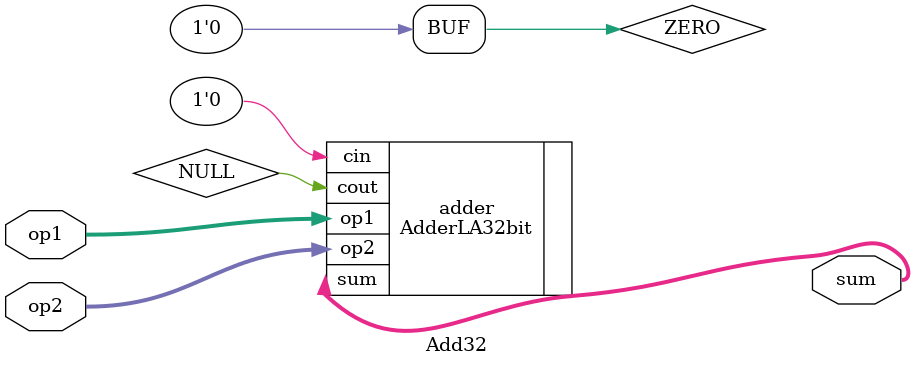
<source format=v>
module Add32(
    input wire  [31:0] op1,
    input wire  [31:0] op2,
    output wire [31:0] sum
);

    reg ZERO = 1'b0;
    reg NULL;

    AdderLA32bit adder(
        .op1(op1),
        .op2(op2),
        .cin(ZERO),
        .sum(sum),
        .cout(NULL)
    );

endmodule

</source>
